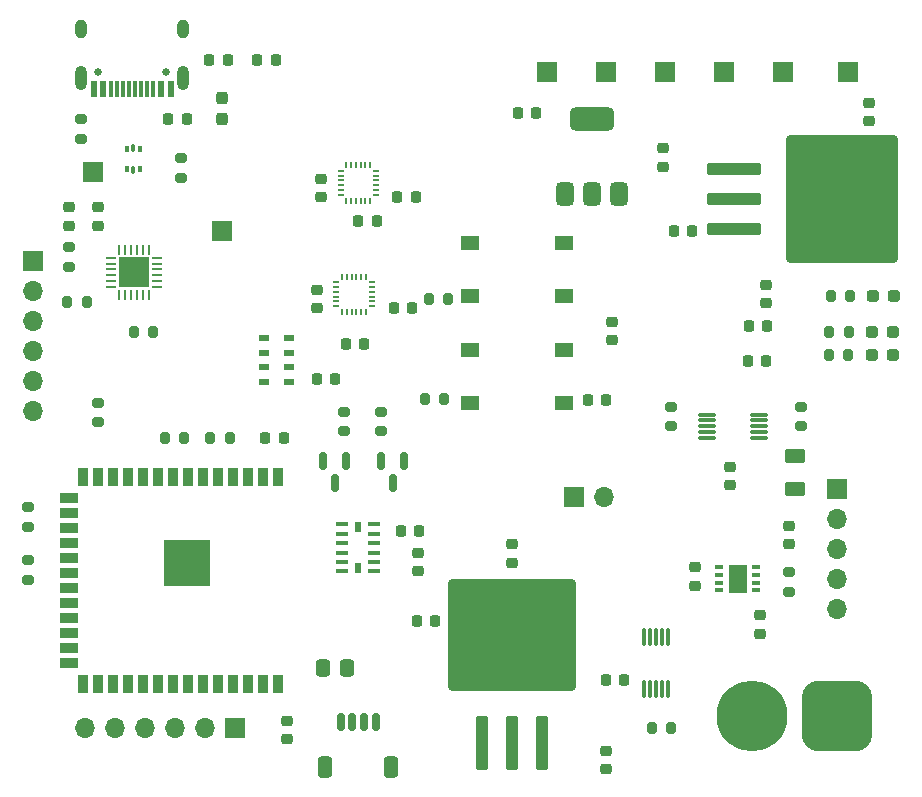
<source format=gbr>
%TF.GenerationSoftware,KiCad,Pcbnew,8.0.7*%
%TF.CreationDate,2024-12-30T10:45:42+13:00*%
%TF.ProjectId,Flight Computer V1,466c6967-6874-4204-936f-6d7075746572,rev?*%
%TF.SameCoordinates,Original*%
%TF.FileFunction,Soldermask,Top*%
%TF.FilePolarity,Negative*%
%FSLAX46Y46*%
G04 Gerber Fmt 4.6, Leading zero omitted, Abs format (unit mm)*
G04 Created by KiCad (PCBNEW 8.0.7) date 2024-12-30 10:45:42*
%MOMM*%
%LPD*%
G01*
G04 APERTURE LIST*
G04 Aperture macros list*
%AMRoundRect*
0 Rectangle with rounded corners*
0 $1 Rounding radius*
0 $2 $3 $4 $5 $6 $7 $8 $9 X,Y pos of 4 corners*
0 Add a 4 corners polygon primitive as box body*
4,1,4,$2,$3,$4,$5,$6,$7,$8,$9,$2,$3,0*
0 Add four circle primitives for the rounded corners*
1,1,$1+$1,$2,$3*
1,1,$1+$1,$4,$5*
1,1,$1+$1,$6,$7*
1,1,$1+$1,$8,$9*
0 Add four rect primitives between the rounded corners*
20,1,$1+$1,$2,$3,$4,$5,0*
20,1,$1+$1,$4,$5,$6,$7,0*
20,1,$1+$1,$6,$7,$8,$9,0*
20,1,$1+$1,$8,$9,$2,$3,0*%
G04 Aperture macros list end*
%ADD10R,1.700000X1.700000*%
%ADD11O,1.700000X1.700000*%
%ADD12R,2.600000X2.600000*%
%ADD13RoundRect,0.062500X-0.350000X0.062500X-0.350000X-0.062500X0.350000X-0.062500X0.350000X0.062500X0*%
%ADD14RoundRect,0.062500X-0.062500X0.350000X-0.062500X-0.350000X0.062500X-0.350000X0.062500X0.350000X0*%
%ADD15RoundRect,0.075000X-0.650000X-0.075000X0.650000X-0.075000X0.650000X0.075000X-0.650000X0.075000X0*%
%ADD16RoundRect,0.075000X-0.075000X0.650000X-0.075000X-0.650000X0.075000X-0.650000X0.075000X0.650000X0*%
%ADD17RoundRect,0.375000X0.375000X-0.625000X0.375000X0.625000X-0.375000X0.625000X-0.375000X-0.625000X0*%
%ADD18RoundRect,0.500000X1.400000X-0.500000X1.400000X0.500000X-1.400000X0.500000X-1.400000X-0.500000X0*%
%ADD19RoundRect,0.250000X0.300000X-2.050000X0.300000X2.050000X-0.300000X2.050000X-0.300000X-2.050000X0*%
%ADD20RoundRect,0.250002X5.149998X-4.449998X5.149998X4.449998X-5.149998X4.449998X-5.149998X-4.449998X0*%
%ADD21RoundRect,0.250000X-2.050000X-0.300000X2.050000X-0.300000X2.050000X0.300000X-2.050000X0.300000X0*%
%ADD22RoundRect,0.250002X-4.449998X-5.149998X4.449998X-5.149998X4.449998X5.149998X-4.449998X5.149998X0*%
%ADD23R,0.650000X0.350000*%
%ADD24R,1.550000X2.400000*%
%ADD25RoundRect,0.050000X-0.225000X-0.050000X0.225000X-0.050000X0.225000X0.050000X-0.225000X0.050000X0*%
%ADD26RoundRect,0.050000X0.050000X-0.225000X0.050000X0.225000X-0.050000X0.225000X-0.050000X-0.225000X0*%
%ADD27R,0.950000X0.550000*%
%ADD28RoundRect,0.093750X-0.093750X0.156250X-0.093750X-0.156250X0.093750X-0.156250X0.093750X0.156250X0*%
%ADD29RoundRect,0.075000X-0.075000X0.250000X-0.075000X-0.250000X0.075000X-0.250000X0.075000X0.250000X0*%
%ADD30R,1.117800X0.449200*%
%ADD31R,0.500000X0.813000*%
%ADD32R,1.550000X1.300000*%
%ADD33RoundRect,0.200000X0.200000X0.275000X-0.200000X0.275000X-0.200000X-0.275000X0.200000X-0.275000X0*%
%ADD34RoundRect,0.200000X-0.200000X-0.275000X0.200000X-0.275000X0.200000X0.275000X-0.200000X0.275000X0*%
%ADD35RoundRect,0.200000X-0.275000X0.200000X-0.275000X-0.200000X0.275000X-0.200000X0.275000X0.200000X0*%
%ADD36RoundRect,0.200000X0.275000X-0.200000X0.275000X0.200000X-0.275000X0.200000X-0.275000X-0.200000X0*%
%ADD37RoundRect,0.150000X-0.150000X0.587500X-0.150000X-0.587500X0.150000X-0.587500X0.150000X0.587500X0*%
%ADD38RoundRect,0.150000X-0.150000X-0.625000X0.150000X-0.625000X0.150000X0.625000X-0.150000X0.625000X0*%
%ADD39RoundRect,0.250000X-0.350000X-0.650000X0.350000X-0.650000X0.350000X0.650000X-0.350000X0.650000X0*%
%ADD40O,1.000000X1.600000*%
%ADD41O,1.000000X2.100000*%
%ADD42R,0.600000X1.450000*%
%ADD43R,0.300000X1.450000*%
%ADD44C,0.650000*%
%ADD45RoundRect,1.500000X1.500000X1.500000X-1.500000X1.500000X-1.500000X-1.500000X1.500000X-1.500000X0*%
%ADD46C,6.000000*%
%ADD47R,0.900000X1.500000*%
%ADD48R,1.500000X0.900000*%
%ADD49C,0.600000*%
%ADD50R,3.900000X3.900000*%
%ADD51RoundRect,0.237500X0.237500X-0.287500X0.237500X0.287500X-0.237500X0.287500X-0.237500X-0.287500X0*%
%ADD52RoundRect,0.218750X0.218750X0.256250X-0.218750X0.256250X-0.218750X-0.256250X0.218750X-0.256250X0*%
%ADD53RoundRect,0.250000X0.625000X-0.375000X0.625000X0.375000X-0.625000X0.375000X-0.625000X-0.375000X0*%
%ADD54RoundRect,0.237500X0.287500X0.237500X-0.287500X0.237500X-0.287500X-0.237500X0.287500X-0.237500X0*%
%ADD55RoundRect,0.218750X-0.256250X0.218750X-0.256250X-0.218750X0.256250X-0.218750X0.256250X0.218750X0*%
%ADD56RoundRect,0.225000X-0.225000X-0.250000X0.225000X-0.250000X0.225000X0.250000X-0.225000X0.250000X0*%
%ADD57RoundRect,0.225000X-0.250000X0.225000X-0.250000X-0.225000X0.250000X-0.225000X0.250000X0.225000X0*%
%ADD58RoundRect,0.225000X0.250000X-0.225000X0.250000X0.225000X-0.250000X0.225000X-0.250000X-0.225000X0*%
%ADD59RoundRect,0.250000X0.337500X0.475000X-0.337500X0.475000X-0.337500X-0.475000X0.337500X-0.475000X0*%
%ADD60RoundRect,0.225000X0.225000X0.250000X-0.225000X0.250000X-0.225000X-0.250000X0.225000X-0.250000X0*%
G04 APERTURE END LIST*
D10*
%TO.C,J7*%
X155500000Y-105500000D03*
D11*
X155500000Y-108040000D03*
X155500000Y-110580000D03*
X155500000Y-113120000D03*
X155500000Y-115660000D03*
X155500000Y-118200000D03*
%TD*%
D10*
%TO.C,J6*%
X201250000Y-125475000D03*
D11*
X203790000Y-125475000D03*
%TD*%
D12*
%TO.C,U11*%
X164000000Y-106470000D03*
D13*
X165937500Y-105220000D03*
X165937500Y-105720000D03*
X165937500Y-106220000D03*
X165937500Y-106720000D03*
X165937500Y-107220000D03*
X165937500Y-107720000D03*
D14*
X165250000Y-108407500D03*
X164750000Y-108407500D03*
X164250000Y-108407500D03*
X163750000Y-108407500D03*
X163250000Y-108407500D03*
X162750000Y-108407500D03*
D13*
X162062500Y-107720000D03*
X162062500Y-107220000D03*
X162062500Y-106720000D03*
X162062500Y-106220000D03*
X162062500Y-105720000D03*
X162062500Y-105220000D03*
D14*
X162750000Y-104532500D03*
X163250000Y-104532500D03*
X163750000Y-104532500D03*
X164250000Y-104532500D03*
X164750000Y-104532500D03*
X165250000Y-104532500D03*
%TD*%
D15*
%TO.C,U10*%
X212500000Y-118500000D03*
X212500000Y-119000000D03*
X212500000Y-119500000D03*
X212500000Y-120000000D03*
X212500000Y-120500000D03*
X216900000Y-120500000D03*
X216900000Y-120000000D03*
X216900000Y-119500000D03*
X216900000Y-119000000D03*
X216900000Y-118500000D03*
%TD*%
D16*
%TO.C,U9*%
X209200000Y-137300000D03*
X208700000Y-137300000D03*
X208200000Y-137300000D03*
X207700000Y-137300000D03*
X207200000Y-137300000D03*
X207200000Y-141700000D03*
X207700000Y-141700000D03*
X208200000Y-141700000D03*
X208700000Y-141700000D03*
X209200000Y-141700000D03*
%TD*%
D17*
%TO.C,U8*%
X200500000Y-99800000D03*
X202800000Y-99800000D03*
D18*
X202800000Y-93500000D03*
D17*
X205100000Y-99800000D03*
%TD*%
D19*
%TO.C,U7*%
X193460000Y-146275000D03*
X196000000Y-146275000D03*
D20*
X196000000Y-137125000D03*
D19*
X198540000Y-146275000D03*
%TD*%
D21*
%TO.C,U6*%
X214775000Y-97685000D03*
X214775000Y-100225000D03*
D22*
X223925000Y-100225000D03*
D21*
X214775000Y-102765000D03*
%TD*%
D23*
%TO.C,U5*%
X213562500Y-131425000D03*
X213562500Y-132075000D03*
X213562500Y-132725000D03*
X213562500Y-133375000D03*
X216662500Y-133375000D03*
X216662500Y-132725000D03*
X216662500Y-132075000D03*
X216662500Y-131425000D03*
D24*
X215112500Y-132400000D03*
%TD*%
D25*
%TO.C,U4*%
X181500000Y-97885000D03*
X181500000Y-98285000D03*
X181500000Y-98685000D03*
X181500000Y-99085000D03*
X181500000Y-99485000D03*
X181500000Y-99885000D03*
D26*
X182000000Y-100385000D03*
X182400000Y-100385000D03*
X182800000Y-100385000D03*
X183200000Y-100385000D03*
X183600000Y-100385000D03*
X184000000Y-100385000D03*
D25*
X184500000Y-99885000D03*
X184500000Y-99485000D03*
X184500000Y-99085000D03*
X184500000Y-98685000D03*
X184500000Y-98285000D03*
X184500000Y-97885000D03*
D26*
X184000000Y-97385000D03*
X183600000Y-97385000D03*
X183200000Y-97385000D03*
X182800000Y-97385000D03*
X182400000Y-97385000D03*
X182000000Y-97385000D03*
%TD*%
D27*
%TO.C,U3*%
X175000000Y-115750000D03*
X175000000Y-114500000D03*
X175000000Y-113250000D03*
X175000000Y-112000000D03*
X177150000Y-112000000D03*
X177150000Y-113250000D03*
X177150000Y-114500000D03*
X177150000Y-115750000D03*
%TD*%
D28*
%TO.C,U2*%
X164500000Y-97745000D03*
D29*
X163962500Y-97820000D03*
D28*
X163425000Y-97745000D03*
X163425000Y-96045000D03*
D29*
X163962500Y-95970000D03*
D28*
X164500000Y-96045000D03*
%TD*%
D30*
%TO.C,U1*%
X184370901Y-131781501D03*
X184370901Y-130981500D03*
X184370901Y-130181499D03*
X184370901Y-129381501D03*
X184370901Y-128581500D03*
X184370901Y-127781501D03*
D31*
X183000000Y-128063002D03*
D30*
X181629099Y-127781499D03*
X181629099Y-128581500D03*
X181629099Y-129381501D03*
X181629099Y-130181499D03*
X181629099Y-130981500D03*
X181629099Y-131781499D03*
D31*
X183000000Y-131499998D03*
%TD*%
D10*
%TO.C,TP10*%
X171500000Y-103000000D03*
%TD*%
%TO.C,TP9*%
X160500000Y-98000000D03*
%TD*%
%TO.C,TP8*%
X199000000Y-89500000D03*
%TD*%
%TO.C,TP7*%
X204000000Y-89500000D03*
%TD*%
%TO.C,TP6*%
X224500000Y-89500000D03*
%TD*%
%TO.C,TP5*%
X209000000Y-89500000D03*
%TD*%
%TO.C,TP4*%
X219000000Y-89500000D03*
%TD*%
%TO.C,TP3*%
X214000000Y-89500000D03*
%TD*%
D32*
%TO.C,SW2*%
X200450000Y-117500000D03*
X192500000Y-117500000D03*
X200450000Y-113000000D03*
X192500000Y-113000000D03*
%TD*%
%TO.C,SW1*%
X200450000Y-108500000D03*
X192500000Y-108500000D03*
X200450000Y-104000000D03*
X192500000Y-104000000D03*
%TD*%
D33*
%TO.C,R21*%
X224500000Y-113500000D03*
X222850000Y-113500000D03*
%TD*%
%TO.C,R20*%
X224511400Y-111493700D03*
X222861400Y-111493700D03*
%TD*%
%TO.C,R19*%
X224650000Y-108500000D03*
X223000000Y-108500000D03*
%TD*%
%TO.C,R18*%
X172120000Y-120450600D03*
X170470000Y-120450600D03*
%TD*%
D34*
%TO.C,R17*%
X166620000Y-120450600D03*
X168270000Y-120450600D03*
%TD*%
%TO.C,R16*%
X165650000Y-111470000D03*
X164000000Y-111470000D03*
%TD*%
D35*
%TO.C,R15*%
X155000000Y-128000000D03*
X155000000Y-126350000D03*
%TD*%
%TO.C,R14*%
X155000000Y-132500000D03*
X155000000Y-130850000D03*
%TD*%
%TO.C,R13*%
X161000000Y-119150000D03*
X161000000Y-117500000D03*
%TD*%
D34*
%TO.C,R12*%
X160000000Y-108970000D03*
X158350000Y-108970000D03*
%TD*%
D35*
%TO.C,R11*%
X158500000Y-105970000D03*
X158500000Y-104320000D03*
%TD*%
%TO.C,R10*%
X159500000Y-95150000D03*
X159500000Y-93500000D03*
%TD*%
%TO.C,R9*%
X167962500Y-98470000D03*
X167962500Y-96820000D03*
%TD*%
%TO.C,R8*%
X181750000Y-119928052D03*
X181750000Y-118278052D03*
%TD*%
%TO.C,R7*%
X184950000Y-119928052D03*
X184950000Y-118278052D03*
%TD*%
D33*
%TO.C,R6*%
X188650000Y-117200000D03*
X190300000Y-117200000D03*
%TD*%
%TO.C,R5*%
X188975000Y-108700000D03*
X190625000Y-108700000D03*
%TD*%
D36*
%TO.C,R4*%
X209500000Y-119500000D03*
X209500000Y-117850000D03*
%TD*%
%TO.C,R3*%
X220500000Y-119500000D03*
X220500000Y-117850000D03*
%TD*%
D33*
%TO.C,R2*%
X209500000Y-145000000D03*
X207850000Y-145000000D03*
%TD*%
D35*
%TO.C,R1*%
X219500000Y-131850000D03*
X219500000Y-133500000D03*
%TD*%
D37*
%TO.C,Q2*%
X181000000Y-124303052D03*
X180050000Y-122428052D03*
X181950000Y-122428052D03*
%TD*%
%TO.C,Q1*%
X185900000Y-124303052D03*
X184950000Y-122428052D03*
X186850000Y-122428052D03*
%TD*%
D38*
%TO.C,J5*%
X181500000Y-144500000D03*
X182500000Y-144500000D03*
X183500000Y-144500000D03*
X184500000Y-144500000D03*
D39*
X180200000Y-148375000D03*
X185800000Y-148375000D03*
%TD*%
D40*
%TO.C,J4*%
X159532500Y-85820000D03*
D41*
X159532500Y-90000000D03*
D40*
X168172500Y-85820000D03*
D41*
X168172500Y-90000000D03*
D42*
X167102500Y-90915000D03*
X166302500Y-90915000D03*
D43*
X165602500Y-90915000D03*
X164602500Y-90915000D03*
X163102500Y-90915000D03*
X162102500Y-90915000D03*
D42*
X161402500Y-90915000D03*
X160602500Y-90915000D03*
X160602500Y-90915000D03*
X161402500Y-90915000D03*
D43*
X162602500Y-90915000D03*
X163602500Y-90915000D03*
X164102500Y-90915000D03*
X165102500Y-90915000D03*
D42*
X166302500Y-90915000D03*
X167102500Y-90915000D03*
D44*
X160962500Y-89470000D03*
X166742500Y-89470000D03*
%TD*%
D11*
%TO.C,J3*%
X159840000Y-145000000D03*
X162380000Y-145000000D03*
X164920000Y-145000000D03*
X167460000Y-145000000D03*
X170000000Y-145000000D03*
D10*
X172540000Y-145000000D03*
%TD*%
D45*
%TO.C,J2*%
X223500000Y-144000000D03*
D46*
X216300000Y-144000000D03*
%TD*%
D10*
%TO.C,J1*%
X223500000Y-124840000D03*
D11*
X223500000Y-127380000D03*
X223500000Y-129920000D03*
X223500000Y-132460000D03*
X223500000Y-135000000D03*
%TD*%
D47*
%TO.C,IC1*%
X176240000Y-123805000D03*
X174970000Y-123805000D03*
X173700000Y-123805000D03*
X172430000Y-123805000D03*
X171160000Y-123805000D03*
X169890000Y-123805000D03*
X168620000Y-123805000D03*
X167350000Y-123805000D03*
X166080000Y-123805000D03*
X164810000Y-123805000D03*
X163540000Y-123805000D03*
X162270000Y-123805000D03*
X161000000Y-123805000D03*
X159730000Y-123805000D03*
D48*
X158480000Y-125570000D03*
X158480000Y-126840000D03*
X158480000Y-128110000D03*
X158480000Y-129380000D03*
X158480000Y-130650000D03*
X158480000Y-131920000D03*
X158480000Y-133190000D03*
X158480000Y-134460000D03*
X158480000Y-135730000D03*
X158480000Y-137000000D03*
X158480000Y-138270000D03*
X158480000Y-139540000D03*
D47*
X159730000Y-141305000D03*
X161000000Y-141305000D03*
X162270000Y-141305000D03*
X163540000Y-141305000D03*
X164810000Y-141305000D03*
X166080000Y-141305000D03*
X167350000Y-141305000D03*
X168620000Y-141305000D03*
X169890000Y-141305000D03*
X171160000Y-141305000D03*
X172430000Y-141305000D03*
X173700000Y-141305000D03*
X174970000Y-141305000D03*
X176240000Y-141305000D03*
D49*
X169220000Y-129655000D03*
X167820000Y-129655000D03*
X169920000Y-130355000D03*
X168520000Y-130355000D03*
X167120000Y-130355000D03*
X169220000Y-131055000D03*
D50*
X168520000Y-131055000D03*
D49*
X167820000Y-131055000D03*
X169920000Y-131755000D03*
X168520000Y-131755000D03*
X167120000Y-131755000D03*
X169220000Y-132455000D03*
X167820000Y-132455000D03*
%TD*%
D51*
%TO.C,FB1*%
X171462500Y-91720000D03*
X171462500Y-93470000D03*
%TD*%
D52*
%TO.C,F2*%
X170387500Y-88470000D03*
X171962500Y-88470000D03*
%TD*%
D53*
%TO.C,F1*%
X220000000Y-122000000D03*
X220000000Y-124800000D03*
%TD*%
D54*
%TO.C,D9*%
X228250000Y-113500000D03*
X226500000Y-113500000D03*
%TD*%
%TO.C,D8*%
X228250000Y-111500000D03*
X226500000Y-111500000D03*
%TD*%
%TO.C,D7*%
X228323600Y-108460400D03*
X226573600Y-108460400D03*
%TD*%
D52*
%TO.C,D6*%
X166887500Y-93470000D03*
X168462500Y-93470000D03*
%TD*%
D55*
%TO.C,D5*%
X177000000Y-146000000D03*
X177000000Y-144425000D03*
%TD*%
D52*
%TO.C,D4*%
X176000000Y-88500000D03*
X174425000Y-88500000D03*
%TD*%
D55*
%TO.C,D3*%
X217500000Y-107500000D03*
X217500000Y-109075000D03*
%TD*%
%TO.C,D2*%
X196000000Y-129500000D03*
X196000000Y-131075000D03*
%TD*%
%TO.C,D1*%
X219500000Y-127925000D03*
X219500000Y-129500000D03*
%TD*%
D56*
%TO.C,C27*%
X183500000Y-112500000D03*
X181950000Y-112500000D03*
%TD*%
%TO.C,C26*%
X187550000Y-109500000D03*
X186000000Y-109500000D03*
%TD*%
D57*
%TO.C,C25*%
X179500000Y-109500000D03*
X179500000Y-107950000D03*
%TD*%
D56*
%TO.C,C24*%
X188179100Y-128381500D03*
X186629100Y-128381500D03*
%TD*%
D58*
%TO.C,C23*%
X188070900Y-130216300D03*
X188070900Y-131766300D03*
%TD*%
D59*
%TO.C,C22*%
X182075000Y-140000000D03*
X180000000Y-140000000D03*
%TD*%
D56*
%TO.C,C21*%
X175120000Y-120450600D03*
X176670000Y-120450600D03*
%TD*%
D58*
%TO.C,C20*%
X161000000Y-100970000D03*
X161000000Y-102520000D03*
%TD*%
%TO.C,C19*%
X158490000Y-100970000D03*
X158490000Y-102520000D03*
%TD*%
D60*
%TO.C,C18*%
X202425000Y-117250000D03*
X203975000Y-117250000D03*
%TD*%
D58*
%TO.C,C17*%
X204475000Y-110650000D03*
X204475000Y-112200000D03*
%TD*%
D57*
%TO.C,C16*%
X214500000Y-122950000D03*
X214500000Y-124500000D03*
%TD*%
D60*
%TO.C,C15*%
X216000000Y-114000000D03*
X217550000Y-114000000D03*
%TD*%
%TO.C,C14*%
X216050000Y-111000000D03*
X217600000Y-111000000D03*
%TD*%
%TO.C,C13*%
X205500000Y-141000000D03*
X203950000Y-141000000D03*
%TD*%
%TO.C,C12*%
X198050000Y-93000000D03*
X196500000Y-93000000D03*
%TD*%
D56*
%TO.C,C11*%
X187950000Y-136000000D03*
X189500000Y-136000000D03*
%TD*%
D57*
%TO.C,C10*%
X226232118Y-92116380D03*
X226232118Y-93666380D03*
%TD*%
D58*
%TO.C,C9*%
X208800000Y-97500000D03*
X208800000Y-95950000D03*
%TD*%
%TO.C,C8*%
X204000000Y-148500000D03*
X204000000Y-146950000D03*
%TD*%
D56*
%TO.C,C7*%
X209725000Y-103000000D03*
X211275000Y-103000000D03*
%TD*%
D58*
%TO.C,C6*%
X211500000Y-133000000D03*
X211500000Y-131450000D03*
%TD*%
%TO.C,C5*%
X217000000Y-137050000D03*
X217000000Y-135500000D03*
%TD*%
D56*
%TO.C,C4*%
X184550000Y-102100000D03*
X183000000Y-102100000D03*
%TD*%
%TO.C,C3*%
X186315000Y-100100000D03*
X187865000Y-100100000D03*
%TD*%
D57*
%TO.C,C2*%
X179865000Y-98550000D03*
X179865000Y-100100000D03*
%TD*%
D56*
%TO.C,C1*%
X181050000Y-115500000D03*
X179500000Y-115500000D03*
%TD*%
D26*
%TO.C,U12*%
X181635000Y-106815000D03*
X182035000Y-106815000D03*
X182435000Y-106815000D03*
X182835000Y-106815000D03*
X183235000Y-106815000D03*
X183635000Y-106815000D03*
D25*
X184135000Y-107315000D03*
X184135000Y-107715000D03*
X184135000Y-108115000D03*
X184135000Y-108515000D03*
X184135000Y-108915000D03*
X184135000Y-109315000D03*
D26*
X183635000Y-109815000D03*
X183235000Y-109815000D03*
X182835000Y-109815000D03*
X182435000Y-109815000D03*
X182035000Y-109815000D03*
X181635000Y-109815000D03*
D25*
X181135000Y-109315000D03*
X181135000Y-108915000D03*
X181135000Y-108515000D03*
X181135000Y-108115000D03*
X181135000Y-107715000D03*
X181135000Y-107315000D03*
%TD*%
M02*

</source>
